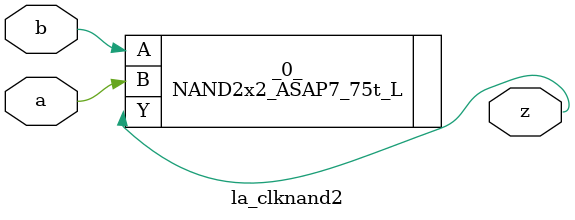
<source format=v>

/* Generated by Yosys 0.44 (git sha1 80ba43d26, g++ 11.4.0-1ubuntu1~22.04 -fPIC -O3) */

(* top =  1  *)
(* src = "inputs/la_clknand2.v:10.1-20.10" *)
module la_clknand2 (
    a,
    b,
    z
);
  (* src = "inputs/la_clknand2.v:13.12-13.13" *)
  input a;
  wire a;
  (* src = "inputs/la_clknand2.v:14.12-14.13" *)
  input b;
  wire b;
  (* src = "inputs/la_clknand2.v:15.12-15.13" *)
  output z;
  wire z;
  NAND2x2_ASAP7_75t_L _0_ (
      .A(b),
      .B(a),
      .Y(z)
  );
endmodule

</source>
